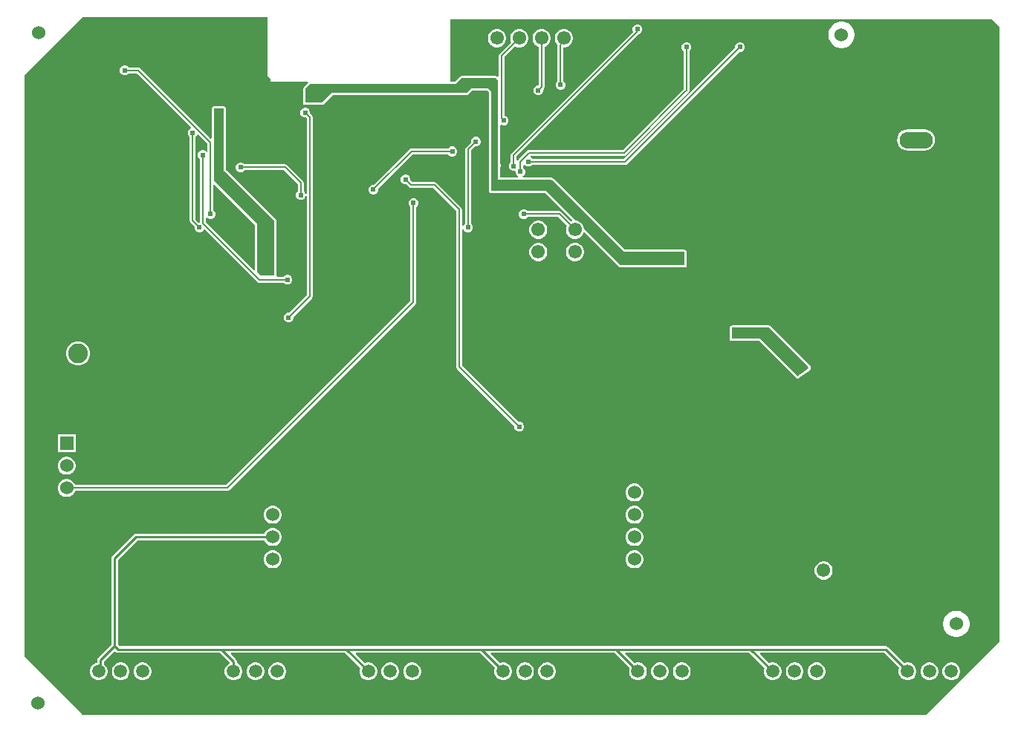
<source format=gbl>
G04*
G04 #@! TF.GenerationSoftware,Altium Limited,Altium Designer,22.5.1 (42)*
G04*
G04 Layer_Physical_Order=2*
G04 Layer_Color=16711680*
%FSLAX44Y44*%
%MOMM*%
G71*
G04*
G04 #@! TF.SameCoordinates,439176CC-913A-41A4-8FE2-C616B98F55A6*
G04*
G04*
G04 #@! TF.FilePolarity,Positive*
G04*
G01*
G75*
%ADD75C,0.1520*%
%ADD76C,0.5080*%
%ADD77C,0.2540*%
%ADD78O,3.8000X1.9000*%
%ADD79O,1.9000X3.8000*%
%ADD80C,1.5500*%
%ADD81C,1.5000*%
%ADD82C,1.5240*%
%ADD83C,1.5300*%
%ADD84R,1.5300X1.5300*%
%ADD85R,1.5300X1.5300*%
%ADD86C,2.5500*%
%ADD87C,2.2500*%
%ADD88C,0.6090*%
G36*
X542290Y731520D02*
Y618490D01*
X603250D01*
X685800Y535940D01*
X754380D01*
Y520700D01*
X681990D01*
X640210Y562480D01*
Y562695D01*
X639509Y565312D01*
X638154Y567658D01*
X636238Y569574D01*
X633892Y570929D01*
X631275Y571630D01*
X631060D01*
X596900Y605790D01*
X534670D01*
Y718820D01*
X530860Y722630D01*
X511810D01*
X506730Y717550D01*
X353060D01*
X341630Y706120D01*
X322580D01*
Y721788D01*
X325648Y724857D01*
X328502Y727710D01*
X494030D01*
X500380Y734060D01*
X539750D01*
X542290Y731520D01*
D02*
G37*
G36*
X279400Y736600D02*
X283210Y732790D01*
Y730250D01*
X325583D01*
X326109Y728980D01*
X320749Y723619D01*
X320187Y722779D01*
X319990Y721788D01*
Y706120D01*
X320187Y705129D01*
X320749Y704289D01*
X321589Y703727D01*
X322580Y703530D01*
X341630D01*
X342621Y703727D01*
X343461Y704289D01*
X354133Y714960D01*
X506730D01*
X507721Y715157D01*
X508561Y715719D01*
X512883Y720040D01*
X529787D01*
X532080Y717747D01*
Y605790D01*
X532277Y604799D01*
X532839Y603959D01*
X533679Y603397D01*
X534670Y603200D01*
X595827D01*
X626702Y572325D01*
X626411Y571150D01*
X625275Y570743D01*
X614519Y581499D01*
X613428Y582229D01*
X612140Y582485D01*
X612140Y582485D01*
X576034D01*
X574664Y583855D01*
X572611Y584705D01*
X570389D01*
X568336Y583855D01*
X566765Y582284D01*
X565915Y580231D01*
Y578009D01*
X566765Y575956D01*
X568336Y574385D01*
X570389Y573535D01*
X572611D01*
X574664Y574385D01*
X576034Y575755D01*
X610746D01*
X620645Y565856D01*
X620331Y565312D01*
X619630Y562695D01*
Y559985D01*
X620331Y557368D01*
X621686Y555022D01*
X623602Y553106D01*
X625948Y551751D01*
X628565Y551050D01*
X631275D01*
X633892Y551751D01*
X636238Y553106D01*
X638154Y555022D01*
X639509Y557368D01*
X639635Y557838D01*
X640861Y558166D01*
X680159Y518869D01*
X680999Y518307D01*
X681990Y518110D01*
X754380D01*
X755371Y518307D01*
X756211Y518869D01*
X756773Y519709D01*
X756970Y520700D01*
Y535940D01*
X756773Y536931D01*
X756211Y537771D01*
X755371Y538333D01*
X754380Y538530D01*
X686873D01*
X605081Y620321D01*
X604241Y620883D01*
X603250Y621080D01*
X570393D01*
X570140Y622350D01*
X570854Y622645D01*
X572425Y624216D01*
X573275Y626269D01*
Y628491D01*
X572425Y630544D01*
X571055Y631914D01*
Y634641D01*
X572325Y635167D01*
X573416Y634075D01*
X575469Y633225D01*
X577691D01*
X579744Y634075D01*
X581114Y635445D01*
X687070D01*
X687070Y635445D01*
X688358Y635701D01*
X689449Y636431D01*
X817053Y764035D01*
X818991D01*
X821044Y764885D01*
X822615Y766456D01*
X823465Y768509D01*
Y770731D01*
X822615Y772784D01*
X821044Y774355D01*
X818991Y775205D01*
X816769D01*
X814716Y774355D01*
X813145Y772784D01*
X812295Y770731D01*
Y768793D01*
X685676Y642175D01*
X581114D01*
X579744Y643545D01*
X579643Y643587D01*
X579303Y645055D01*
X579774Y645605D01*
X685883D01*
X685883Y645605D01*
X687171Y645862D01*
X688262Y646591D01*
X758029Y716358D01*
X758029Y716358D01*
X758197Y716608D01*
X759299Y717711D01*
X759299Y717711D01*
X760029Y718802D01*
X760285Y720090D01*
X760285Y720090D01*
Y765086D01*
X761655Y766456D01*
X762505Y768509D01*
Y770731D01*
X761655Y772784D01*
X760084Y774355D01*
X758031Y775205D01*
X755809D01*
X753756Y774355D01*
X752185Y772784D01*
X751335Y770731D01*
Y768509D01*
X752185Y766456D01*
X753555Y765086D01*
Y721484D01*
X753271Y721199D01*
X753103Y720948D01*
X684490Y652335D01*
X577767D01*
X576479Y652078D01*
X575388Y651349D01*
X575388Y651349D01*
X565311Y641272D01*
X564705Y640365D01*
X563934Y640404D01*
X563435Y640576D01*
Y645036D01*
X702545Y784146D01*
X702545Y784146D01*
X702888Y784660D01*
X704204Y785205D01*
X705775Y786776D01*
X706625Y788829D01*
Y791051D01*
X705775Y793104D01*
X704204Y794675D01*
X702151Y795525D01*
X699929D01*
X697876Y794675D01*
X696305Y793104D01*
X695455Y791051D01*
Y788829D01*
X696116Y787234D01*
X557691Y648809D01*
X556962Y647718D01*
X556705Y646430D01*
X556705Y646430D01*
Y638264D01*
X555335Y636894D01*
X554485Y634841D01*
Y632619D01*
X555335Y630566D01*
X556906Y628995D01*
X558959Y628145D01*
X560932D01*
X561181Y628145D01*
X562105Y627153D01*
Y626269D01*
X562955Y624216D01*
X564526Y622645D01*
X565240Y622350D01*
X564987Y621080D01*
X544930D01*
Y632910D01*
X545335Y633889D01*
Y636111D01*
X544930Y637090D01*
Y679953D01*
X546199Y680766D01*
X547529Y680215D01*
X549751D01*
X551804Y681065D01*
X553375Y682636D01*
X554225Y684689D01*
Y686911D01*
X553375Y688964D01*
X551804Y690535D01*
X549751Y691385D01*
X549465D01*
Y758066D01*
X561904Y770506D01*
X562448Y770191D01*
X565065Y769490D01*
X567775D01*
X570392Y770191D01*
X572738Y771546D01*
X574654Y773462D01*
X576009Y775808D01*
X576710Y778425D01*
Y781135D01*
X576009Y783752D01*
X574654Y786098D01*
X572738Y788014D01*
X570392Y789369D01*
X567775Y790070D01*
X565065D01*
X562448Y789369D01*
X560102Y788014D01*
X558186Y786098D01*
X556831Y783752D01*
X556130Y781135D01*
Y778425D01*
X556831Y775808D01*
X557146Y775264D01*
X543721Y761839D01*
X542991Y760748D01*
X542735Y759460D01*
X542735Y759460D01*
Y736369D01*
X542193Y736145D01*
X541465Y735969D01*
X540741Y736453D01*
X539750Y736650D01*
X500380D01*
X499389Y736453D01*
X498549Y735891D01*
X492957Y730300D01*
X487680D01*
Y801370D01*
X1104900D01*
X1113790Y792480D01*
Y91440D01*
X1030686Y8336D01*
X69134D01*
X2540Y74930D01*
Y737870D01*
X68580Y803910D01*
X279400D01*
Y736600D01*
D02*
G37*
%LPC*%
G36*
X542375Y790070D02*
X539665D01*
X537048Y789369D01*
X534702Y788014D01*
X532786Y786098D01*
X531431Y783752D01*
X530730Y781135D01*
Y778425D01*
X531431Y775808D01*
X532786Y773462D01*
X534702Y771546D01*
X537048Y770191D01*
X539665Y769490D01*
X542375D01*
X544992Y770191D01*
X547338Y771546D01*
X549254Y773462D01*
X550609Y775808D01*
X551310Y778425D01*
Y781135D01*
X550609Y783752D01*
X549254Y786098D01*
X547338Y788014D01*
X544992Y789369D01*
X542375Y790070D01*
D02*
G37*
G36*
X934931Y798630D02*
X931969D01*
X929063Y798052D01*
X926326Y796918D01*
X923863Y795272D01*
X921768Y793177D01*
X920122Y790714D01*
X918988Y787977D01*
X918410Y785071D01*
Y782109D01*
X918988Y779203D01*
X920122Y776466D01*
X921768Y774003D01*
X923863Y771908D01*
X926326Y770262D01*
X929063Y769128D01*
X931969Y768550D01*
X934931D01*
X937837Y769128D01*
X940574Y770262D01*
X943037Y771908D01*
X945132Y774003D01*
X946778Y776466D01*
X947912Y779203D01*
X948490Y782109D01*
Y785071D01*
X947912Y787977D01*
X946778Y790714D01*
X945132Y793177D01*
X943037Y795272D01*
X940574Y796918D01*
X937837Y798052D01*
X934931Y798630D01*
D02*
G37*
G36*
X618575Y790070D02*
X615865D01*
X613248Y789369D01*
X610902Y788014D01*
X608986Y786098D01*
X607631Y783752D01*
X606930Y781135D01*
Y778425D01*
X607631Y775808D01*
X608986Y773462D01*
X610081Y772367D01*
X610045Y772187D01*
X610045Y772187D01*
Y730974D01*
X608675Y729604D01*
X607825Y727551D01*
Y725329D01*
X608675Y723276D01*
X610246Y721705D01*
X612299Y720855D01*
X614521D01*
X616574Y721705D01*
X618145Y723276D01*
X618995Y725329D01*
Y727551D01*
X618145Y729604D01*
X616775Y730974D01*
Y769490D01*
X618575D01*
X621192Y770191D01*
X623538Y771546D01*
X625454Y773462D01*
X626809Y775808D01*
X627510Y778425D01*
Y781135D01*
X626809Y783752D01*
X625454Y786098D01*
X623538Y788014D01*
X621192Y789369D01*
X618575Y790070D01*
D02*
G37*
G36*
X593175D02*
X590465D01*
X587848Y789369D01*
X585502Y788014D01*
X583586Y786098D01*
X582231Y783752D01*
X581530Y781135D01*
Y778425D01*
X582231Y775808D01*
X583586Y773462D01*
X585502Y771546D01*
X587848Y770191D01*
X588455Y770029D01*
Y725675D01*
X586899D01*
X584846Y724825D01*
X583275Y723254D01*
X582425Y721201D01*
Y718979D01*
X583275Y716926D01*
X584846Y715355D01*
X586899Y714505D01*
X589121D01*
X591174Y715355D01*
X592745Y716926D01*
X593595Y718979D01*
Y720917D01*
X594199Y721521D01*
X594929Y722612D01*
X595185Y723900D01*
X595185Y723900D01*
Y770029D01*
X595792Y770191D01*
X598138Y771546D01*
X600054Y773462D01*
X601409Y775808D01*
X602110Y778425D01*
Y781135D01*
X601409Y783752D01*
X600054Y786098D01*
X598138Y788014D01*
X595792Y789369D01*
X593175Y790070D01*
D02*
G37*
G36*
X1028040Y675724D02*
X1009040D01*
X1005897Y675310D01*
X1002968Y674097D01*
X1000453Y672167D01*
X998523Y669652D01*
X997310Y666723D01*
X996896Y663580D01*
X997310Y660437D01*
X998523Y657508D01*
X1000453Y654993D01*
X1002968Y653063D01*
X1005897Y651850D01*
X1009040Y651436D01*
X1028040D01*
X1031183Y651850D01*
X1034112Y653063D01*
X1036627Y654993D01*
X1038557Y657508D01*
X1039770Y660437D01*
X1040184Y663580D01*
X1039770Y666723D01*
X1038557Y669652D01*
X1036627Y672167D01*
X1034112Y674097D01*
X1031183Y675310D01*
X1028040Y675724D01*
D02*
G37*
G36*
X491136Y656075D02*
X488914D01*
X486861Y655225D01*
X485491Y653855D01*
X443480D01*
X442192Y653598D01*
X441101Y652869D01*
X441101Y652869D01*
X400877Y612645D01*
X398939D01*
X396886Y611795D01*
X395315Y610224D01*
X394465Y608171D01*
Y605949D01*
X395315Y603896D01*
X396886Y602325D01*
X398939Y601475D01*
X401161D01*
X403214Y602325D01*
X404785Y603896D01*
X405635Y605949D01*
Y607887D01*
X444874Y647125D01*
X485491D01*
X486861Y645755D01*
X488914Y644905D01*
X491136D01*
X493189Y645755D01*
X494760Y647326D01*
X495610Y649379D01*
Y651601D01*
X494760Y653654D01*
X493189Y655225D01*
X491136Y656075D01*
D02*
G37*
G36*
X323691Y700275D02*
X321469D01*
X319416Y699425D01*
X317845Y697854D01*
X316995Y695801D01*
Y693579D01*
X317845Y691526D01*
X319416Y689955D01*
X321469Y689105D01*
X323407D01*
X324295Y688216D01*
Y601965D01*
X323085Y601821D01*
X322235Y603874D01*
X320865Y605244D01*
Y614680D01*
X320608Y615968D01*
X319879Y617059D01*
X319879Y617059D01*
X302099Y634839D01*
X301008Y635569D01*
X299720Y635825D01*
X299720Y635825D01*
X253454D01*
X252084Y637195D01*
X250031Y638045D01*
X247809D01*
X245756Y637195D01*
X244185Y635624D01*
X243335Y633571D01*
Y631349D01*
X244185Y629296D01*
X245756Y627725D01*
X247809Y626875D01*
X250031D01*
X252084Y627725D01*
X253454Y629095D01*
X298326D01*
X314135Y613286D01*
Y605244D01*
X312765Y603874D01*
X311915Y601821D01*
Y599599D01*
X312765Y597546D01*
X314336Y595975D01*
X316389Y595125D01*
X318611D01*
X320664Y595975D01*
X322235Y597546D01*
X323085Y599599D01*
X324295Y599455D01*
Y486534D01*
X304357Y466595D01*
X302419D01*
X300366Y465745D01*
X298795Y464174D01*
X297945Y462121D01*
Y459899D01*
X298795Y457846D01*
X300366Y456275D01*
X302419Y455425D01*
X304641D01*
X306694Y456275D01*
X308265Y457846D01*
X309115Y459899D01*
Y461837D01*
X330039Y482761D01*
X330769Y483852D01*
X331025Y485140D01*
X331025Y485140D01*
Y689610D01*
X331025Y689610D01*
X330769Y690898D01*
X330039Y691989D01*
X330039Y691989D01*
X328165Y693863D01*
Y695801D01*
X327315Y697854D01*
X325744Y699425D01*
X323691Y700275D01*
D02*
G37*
G36*
X518001Y667255D02*
X515779D01*
X513726Y666405D01*
X512155Y664834D01*
X511305Y662781D01*
Y660843D01*
X505621Y655159D01*
X504892Y654068D01*
X504635Y652780D01*
X504635Y652780D01*
Y568414D01*
X503265Y567044D01*
X502415Y564991D01*
X501205Y565135D01*
Y584200D01*
X501205Y584200D01*
X500948Y585488D01*
X500219Y586579D01*
X472279Y614519D01*
X471188Y615248D01*
X469900Y615505D01*
X469900Y615505D01*
X444624D01*
X442465Y617663D01*
Y619601D01*
X441615Y621654D01*
X440044Y623225D01*
X437991Y624075D01*
X435769D01*
X433716Y623225D01*
X432145Y621654D01*
X431295Y619601D01*
Y617379D01*
X432145Y615326D01*
X433716Y613755D01*
X435769Y612905D01*
X437707D01*
X440851Y609761D01*
X440851Y609761D01*
X441942Y609031D01*
X443230Y608775D01*
X468506D01*
X494475Y582806D01*
Y405130D01*
X494475Y405130D01*
X494731Y403842D01*
X495461Y402751D01*
X560835Y337377D01*
Y335439D01*
X561685Y333386D01*
X563256Y331815D01*
X565309Y330965D01*
X567531D01*
X569584Y331815D01*
X571155Y333386D01*
X572005Y335439D01*
Y337661D01*
X571155Y339714D01*
X569584Y341285D01*
X567531Y342135D01*
X565593D01*
X501205Y406524D01*
Y562625D01*
X502415Y562769D01*
X503265Y560716D01*
X504836Y559145D01*
X506889Y558295D01*
X509111D01*
X511164Y559145D01*
X512735Y560716D01*
X513585Y562769D01*
Y564991D01*
X512735Y567044D01*
X511365Y568414D01*
Y651386D01*
X516063Y656085D01*
X518001D01*
X520054Y656935D01*
X521625Y658506D01*
X522475Y660559D01*
Y662781D01*
X521625Y664834D01*
X520054Y666405D01*
X518001Y667255D01*
D02*
G37*
G36*
X589365Y571630D02*
X586655D01*
X584038Y570929D01*
X581692Y569574D01*
X579776Y567658D01*
X578421Y565312D01*
X577720Y562695D01*
Y559985D01*
X578421Y557368D01*
X579776Y555022D01*
X581692Y553106D01*
X584038Y551751D01*
X586655Y551050D01*
X589365D01*
X591982Y551751D01*
X594328Y553106D01*
X596244Y555022D01*
X597599Y557368D01*
X598300Y559985D01*
Y562695D01*
X597599Y565312D01*
X596244Y567658D01*
X594328Y569574D01*
X591982Y570929D01*
X589365Y571630D01*
D02*
G37*
G36*
X631275Y546230D02*
X628565D01*
X625948Y545529D01*
X623602Y544174D01*
X621686Y542258D01*
X620331Y539912D01*
X619630Y537295D01*
Y534585D01*
X620331Y531968D01*
X621686Y529622D01*
X623602Y527706D01*
X625948Y526351D01*
X628565Y525650D01*
X631275D01*
X633892Y526351D01*
X636238Y527706D01*
X638154Y529622D01*
X639509Y531968D01*
X640210Y534585D01*
Y537295D01*
X639509Y539912D01*
X638154Y542258D01*
X636238Y544174D01*
X633892Y545529D01*
X631275Y546230D01*
D02*
G37*
G36*
X589365D02*
X586655D01*
X584038Y545529D01*
X581692Y544174D01*
X579776Y542258D01*
X578421Y539912D01*
X577720Y537295D01*
Y534585D01*
X578421Y531968D01*
X579776Y529622D01*
X581692Y527706D01*
X584038Y526351D01*
X586655Y525650D01*
X589365D01*
X591982Y526351D01*
X594328Y527706D01*
X596244Y529622D01*
X597599Y531968D01*
X598300Y534585D01*
Y537295D01*
X597599Y539912D01*
X596244Y542258D01*
X594328Y544174D01*
X591982Y545529D01*
X589365Y546230D01*
D02*
G37*
G36*
X117951Y748535D02*
X115729D01*
X113676Y747685D01*
X112105Y746114D01*
X111255Y744061D01*
Y741839D01*
X112105Y739786D01*
X113676Y738215D01*
X115729Y737365D01*
X117951D01*
X120004Y738215D01*
X121374Y739585D01*
X130770D01*
X192208Y678147D01*
X191960Y676902D01*
X191146Y676565D01*
X189575Y674994D01*
X188725Y672941D01*
Y670719D01*
X189575Y668666D01*
X190945Y667296D01*
Y571500D01*
X190945Y571500D01*
X191201Y570212D01*
X191931Y569121D01*
X196345Y564707D01*
Y562769D01*
X197195Y560716D01*
X198766Y559145D01*
X200819Y558295D01*
X203041D01*
X205094Y559145D01*
X206665Y560716D01*
X206977Y561471D01*
X208223Y561719D01*
X268131Y501811D01*
X268131Y501811D01*
X269222Y501082D01*
X270510Y500825D01*
X270510Y500825D01*
X297726D01*
X299096Y499455D01*
X301149Y498605D01*
X303371D01*
X305424Y499455D01*
X306995Y501026D01*
X307845Y503079D01*
Y505301D01*
X306995Y507354D01*
X305424Y508925D01*
X303371Y509775D01*
X301149D01*
X299096Y508925D01*
X297726Y507555D01*
X290340D01*
X289521Y508825D01*
X289610Y509270D01*
Y571500D01*
X289413Y572491D01*
X288851Y573331D01*
X232460Y629723D01*
Y699770D01*
X232263Y700761D01*
X231701Y701601D01*
X230861Y702163D01*
X229870Y702360D01*
X218440D01*
X217449Y702163D01*
X216609Y701601D01*
X216047Y700761D01*
X215850Y699770D01*
Y665681D01*
X214677Y665195D01*
X134542Y745329D01*
X133451Y746059D01*
X132163Y746315D01*
X132163Y746315D01*
X121374D01*
X120004Y747685D01*
X117951Y748535D01*
D02*
G37*
G36*
X65315Y434160D02*
X61684D01*
X58177Y433220D01*
X55033Y431405D01*
X52465Y428837D01*
X50650Y425693D01*
X49710Y422186D01*
Y418554D01*
X50650Y415047D01*
X52465Y411903D01*
X55033Y409335D01*
X58177Y407520D01*
X61684Y406580D01*
X65315D01*
X68823Y407520D01*
X71967Y409335D01*
X74535Y411903D01*
X76350Y415047D01*
X77290Y418554D01*
Y422186D01*
X76350Y425693D01*
X74535Y428837D01*
X71967Y431405D01*
X68823Y433220D01*
X65315Y434160D01*
D02*
G37*
G36*
X850900Y452170D02*
X808990D01*
X807999Y451973D01*
X807159Y451411D01*
X806597Y450571D01*
X806400Y449580D01*
Y436880D01*
X806597Y435889D01*
X807159Y435049D01*
X807999Y434487D01*
X808990Y434290D01*
X839667D01*
X881639Y392318D01*
X881873Y392162D01*
X882077Y391967D01*
X882290Y391884D01*
X882479Y391757D01*
X882756Y391702D01*
X883018Y391600D01*
X883247Y391604D01*
X883470Y391560D01*
X883747Y391615D01*
X884029Y391621D01*
X884238Y391713D01*
X884461Y391757D01*
X884696Y391914D01*
X884954Y392027D01*
X897598Y400867D01*
X897678Y400950D01*
X897778Y401005D01*
X898025Y401312D01*
X898298Y401596D01*
X898339Y401703D01*
X898411Y401793D01*
X898521Y402171D01*
X898664Y402538D01*
X898662Y402653D01*
X898694Y402763D01*
X898805Y404028D01*
X898793Y404142D01*
X898815Y404254D01*
X898738Y404641D01*
X898696Y405032D01*
X898641Y405133D01*
X898618Y405246D01*
X898399Y405573D01*
X898210Y405918D01*
X898120Y405990D01*
X898057Y406086D01*
X897181Y406961D01*
X852731Y451411D01*
X851891Y451973D01*
X850900Y452170D01*
D02*
G37*
G36*
X60990Y327690D02*
X40610D01*
Y307310D01*
X60990D01*
Y327690D01*
D02*
G37*
G36*
X52142Y302290D02*
X49458D01*
X46867Y301596D01*
X44543Y300254D01*
X42646Y298357D01*
X41304Y296033D01*
X40610Y293442D01*
Y290758D01*
X41304Y288167D01*
X42646Y285843D01*
X44543Y283946D01*
X46867Y282604D01*
X49458Y281910D01*
X52142D01*
X54733Y282604D01*
X57057Y283946D01*
X58954Y285843D01*
X60296Y288167D01*
X60990Y290758D01*
Y293442D01*
X60296Y296033D01*
X58954Y298357D01*
X57057Y300254D01*
X54733Y301596D01*
X52142Y302290D01*
D02*
G37*
G36*
X446881Y597405D02*
X444659D01*
X442606Y596555D01*
X441035Y594984D01*
X440185Y592931D01*
Y590709D01*
X441035Y588656D01*
X442405Y587286D01*
Y480184D01*
X232286Y270065D01*
X60448D01*
X60296Y270633D01*
X58954Y272957D01*
X57057Y274854D01*
X54733Y276196D01*
X52142Y276890D01*
X49458D01*
X46867Y276196D01*
X44543Y274854D01*
X42646Y272957D01*
X41304Y270633D01*
X40610Y268042D01*
Y265358D01*
X41304Y262767D01*
X42646Y260443D01*
X44543Y258546D01*
X46867Y257204D01*
X49458Y256510D01*
X52142D01*
X54733Y257204D01*
X57057Y258546D01*
X58954Y260443D01*
X60296Y262767D01*
X60448Y263335D01*
X233680D01*
X233680Y263335D01*
X234968Y263591D01*
X236059Y264321D01*
X448149Y476411D01*
X448149Y476411D01*
X448879Y477502D01*
X449135Y478790D01*
Y587286D01*
X450505Y588656D01*
X451355Y590709D01*
Y592931D01*
X450505Y594984D01*
X448934Y596555D01*
X446881Y597405D01*
D02*
G37*
G36*
X699032Y271810D02*
X696348D01*
X693757Y271116D01*
X691433Y269774D01*
X689536Y267877D01*
X688194Y265553D01*
X687500Y262962D01*
Y260278D01*
X688194Y257687D01*
X689536Y255363D01*
X691433Y253466D01*
X693757Y252124D01*
X696348Y251430D01*
X699032D01*
X701623Y252124D01*
X703947Y253466D01*
X705844Y255363D01*
X707186Y257687D01*
X707880Y260278D01*
Y262962D01*
X707186Y265553D01*
X705844Y267877D01*
X703947Y269774D01*
X701623Y271116D01*
X699032Y271810D01*
D02*
G37*
G36*
Y246410D02*
X696348D01*
X693757Y245716D01*
X691433Y244374D01*
X689536Y242477D01*
X688194Y240153D01*
X687500Y237562D01*
Y234878D01*
X688194Y232287D01*
X689536Y229963D01*
X691433Y228066D01*
X693757Y226724D01*
X696348Y226030D01*
X699032D01*
X701623Y226724D01*
X703947Y228066D01*
X705844Y229963D01*
X707186Y232287D01*
X707880Y234878D01*
Y237562D01*
X707186Y240153D01*
X705844Y242477D01*
X703947Y244374D01*
X701623Y245716D01*
X699032Y246410D01*
D02*
G37*
G36*
X286832D02*
X284149D01*
X281557Y245716D01*
X279233Y244374D01*
X277336Y242477D01*
X275994Y240153D01*
X275300Y237562D01*
Y234878D01*
X275994Y232287D01*
X277336Y229963D01*
X279233Y228066D01*
X281557Y226724D01*
X284149Y226030D01*
X286832D01*
X289423Y226724D01*
X291747Y228066D01*
X293644Y229963D01*
X294986Y232287D01*
X295680Y234878D01*
Y237562D01*
X294986Y240153D01*
X293644Y242477D01*
X291747Y244374D01*
X289423Y245716D01*
X286832Y246410D01*
D02*
G37*
G36*
X699032Y221010D02*
X696348D01*
X693757Y220316D01*
X691433Y218974D01*
X689536Y217077D01*
X688194Y214753D01*
X687500Y212162D01*
Y209478D01*
X688194Y206887D01*
X689536Y204563D01*
X691433Y202666D01*
X693757Y201324D01*
X696348Y200630D01*
X699032D01*
X701623Y201324D01*
X703947Y202666D01*
X705844Y204563D01*
X707186Y206887D01*
X707880Y209478D01*
Y212162D01*
X707186Y214753D01*
X705844Y217077D01*
X703947Y218974D01*
X701623Y220316D01*
X699032Y221010D01*
D02*
G37*
G36*
X286832D02*
X284149D01*
X281557Y220316D01*
X279233Y218974D01*
X277336Y217077D01*
X275994Y214753D01*
X275981Y214705D01*
X129540D01*
X128053Y214409D01*
X126793Y213567D01*
X102663Y189437D01*
X101821Y188177D01*
X101525Y186690D01*
Y87969D01*
X86540Y72984D01*
X85698Y71724D01*
X85403Y70237D01*
Y67474D01*
X83355Y66926D01*
X81065Y65604D01*
X79196Y63735D01*
X77874Y61445D01*
X77190Y58892D01*
Y56248D01*
X77874Y53695D01*
X79196Y51405D01*
X81065Y49536D01*
X83355Y48214D01*
X85908Y47530D01*
X88552D01*
X91105Y48214D01*
X93395Y49536D01*
X95264Y51405D01*
X96586Y53695D01*
X97270Y56248D01*
Y58892D01*
X96586Y61445D01*
X95264Y63735D01*
X93395Y65604D01*
X93172Y65733D01*
Y68628D01*
X105410Y80866D01*
X106473Y79803D01*
X107733Y78961D01*
X109220Y78665D01*
X225721D01*
X236359Y68028D01*
X236190Y66489D01*
X234657Y65604D01*
X232788Y63735D01*
X231466Y61445D01*
X230782Y58892D01*
Y56248D01*
X231466Y53695D01*
X232788Y51405D01*
X234657Y49536D01*
X236946Y48214D01*
X239500Y47530D01*
X242143D01*
X244697Y48214D01*
X246986Y49536D01*
X248856Y51405D01*
X250177Y53695D01*
X250862Y56248D01*
Y58892D01*
X250177Y61445D01*
X248856Y63735D01*
X246986Y65604D01*
X244706Y66920D01*
Y69058D01*
X244411Y70545D01*
X243568Y71805D01*
X237882Y77492D01*
X238368Y78665D01*
X367824D01*
X385055Y61435D01*
X384373Y58892D01*
Y56248D01*
X385057Y53695D01*
X386379Y51405D01*
X388249Y49536D01*
X390538Y48214D01*
X393092Y47530D01*
X395735D01*
X398289Y48214D01*
X400578Y49536D01*
X402447Y51405D01*
X403769Y53695D01*
X404453Y56248D01*
Y58892D01*
X403769Y61445D01*
X402447Y63735D01*
X400578Y65604D01*
X398289Y66926D01*
X395735Y67610D01*
X393092D01*
X390549Y66929D01*
X379985Y77492D01*
X380471Y78665D01*
X521416D01*
X538646Y61435D01*
X537965Y58892D01*
Y56248D01*
X538649Y53695D01*
X539971Y51405D01*
X541840Y49536D01*
X544130Y48214D01*
X546683Y47530D01*
X549327D01*
X551880Y48214D01*
X554170Y49536D01*
X556039Y51405D01*
X557361Y53695D01*
X558045Y56248D01*
Y58892D01*
X557361Y61445D01*
X556039Y63735D01*
X554170Y65604D01*
X551880Y66926D01*
X549327Y67610D01*
X546683D01*
X544140Y66929D01*
X533577Y77492D01*
X534063Y78665D01*
X675008D01*
X692238Y61435D01*
X691557Y58892D01*
Y56248D01*
X692241Y53695D01*
X693563Y51405D01*
X695432Y49536D01*
X697721Y48214D01*
X700275Y47530D01*
X702918D01*
X705472Y48214D01*
X707761Y49536D01*
X709631Y51405D01*
X710953Y53695D01*
X711637Y56248D01*
Y58892D01*
X710953Y61445D01*
X709631Y63735D01*
X707761Y65604D01*
X705472Y66926D01*
X702918Y67610D01*
X700275D01*
X697732Y66929D01*
X687168Y77492D01*
X687654Y78665D01*
X828599D01*
X845830Y61435D01*
X845148Y58892D01*
Y56248D01*
X845833Y53695D01*
X847154Y51405D01*
X849024Y49536D01*
X851313Y48214D01*
X853867Y47530D01*
X856510D01*
X859064Y48214D01*
X861353Y49536D01*
X863222Y51405D01*
X864544Y53695D01*
X865228Y56248D01*
Y58892D01*
X864544Y61445D01*
X863222Y63735D01*
X861353Y65604D01*
X859064Y66926D01*
X856510Y67610D01*
X853867D01*
X851323Y66929D01*
X840760Y77492D01*
X841246Y78665D01*
X982191D01*
X999421Y61435D01*
X998740Y58892D01*
Y56248D01*
X999424Y53695D01*
X1000746Y51405D01*
X1002615Y49536D01*
X1004905Y48214D01*
X1007458Y47530D01*
X1010102D01*
X1012655Y48214D01*
X1014945Y49536D01*
X1016814Y51405D01*
X1018136Y53695D01*
X1018820Y56248D01*
Y58892D01*
X1018136Y61445D01*
X1016814Y63735D01*
X1014945Y65604D01*
X1012655Y66926D01*
X1010102Y67610D01*
X1007458D01*
X1004915Y66929D01*
X986547Y85297D01*
X985287Y86139D01*
X983800Y86435D01*
X110829D01*
X109295Y87969D01*
Y185081D01*
X131149Y206935D01*
X275981D01*
X275994Y206887D01*
X277336Y204563D01*
X279233Y202666D01*
X281557Y201324D01*
X284149Y200630D01*
X286832D01*
X289423Y201324D01*
X291747Y202666D01*
X293644Y204563D01*
X294986Y206887D01*
X295680Y209478D01*
Y212162D01*
X294986Y214753D01*
X293644Y217077D01*
X291747Y218974D01*
X289423Y220316D01*
X286832Y221010D01*
D02*
G37*
G36*
X699032Y195610D02*
X696348D01*
X693757Y194916D01*
X691433Y193574D01*
X689536Y191677D01*
X688194Y189353D01*
X687500Y186762D01*
Y184078D01*
X688194Y181487D01*
X689536Y179163D01*
X691433Y177266D01*
X693757Y175924D01*
X696348Y175230D01*
X699032D01*
X701623Y175924D01*
X703947Y177266D01*
X705844Y179163D01*
X707186Y181487D01*
X707880Y184078D01*
Y186762D01*
X707186Y189353D01*
X705844Y191677D01*
X703947Y193574D01*
X701623Y194916D01*
X699032Y195610D01*
D02*
G37*
G36*
X286832D02*
X284149D01*
X281557Y194916D01*
X279233Y193574D01*
X277336Y191677D01*
X275994Y189353D01*
X275300Y186762D01*
Y184078D01*
X275994Y181487D01*
X277336Y179163D01*
X279233Y177266D01*
X281557Y175924D01*
X284149Y175230D01*
X286832D01*
X289423Y175924D01*
X291747Y177266D01*
X293644Y179163D01*
X294986Y181487D01*
X295680Y184078D01*
Y186762D01*
X294986Y189353D01*
X293644Y191677D01*
X291747Y193574D01*
X289423Y194916D01*
X286832Y195610D01*
D02*
G37*
G36*
X914485Y183010D02*
X911775D01*
X909158Y182309D01*
X906812Y180954D01*
X904896Y179038D01*
X903541Y176692D01*
X902840Y174075D01*
Y171365D01*
X903541Y168748D01*
X904896Y166402D01*
X906812Y164486D01*
X909158Y163131D01*
X911775Y162430D01*
X914485D01*
X917102Y163131D01*
X919448Y164486D01*
X921364Y166402D01*
X922719Y168748D01*
X923420Y171365D01*
Y174075D01*
X922719Y176692D01*
X921364Y179038D01*
X919448Y180954D01*
X917102Y182309D01*
X914485Y183010D01*
D02*
G37*
G36*
X1065741Y126800D02*
X1062779D01*
X1059873Y126222D01*
X1057136Y125088D01*
X1054673Y123442D01*
X1052578Y121347D01*
X1050932Y118884D01*
X1049798Y116147D01*
X1049220Y113241D01*
Y110279D01*
X1049798Y107373D01*
X1050932Y104636D01*
X1052578Y102173D01*
X1054673Y100078D01*
X1057136Y98432D01*
X1059873Y97298D01*
X1062779Y96720D01*
X1065741D01*
X1068647Y97298D01*
X1071384Y98432D01*
X1073847Y100078D01*
X1075942Y102173D01*
X1077588Y104636D01*
X1078722Y107373D01*
X1079300Y110279D01*
Y113241D01*
X1078722Y116147D01*
X1077588Y118884D01*
X1075942Y121347D01*
X1073847Y123442D01*
X1071384Y125088D01*
X1068647Y126222D01*
X1065741Y126800D01*
D02*
G37*
G36*
X1060102Y67610D02*
X1057458D01*
X1054905Y66926D01*
X1052615Y65604D01*
X1050746Y63735D01*
X1049424Y61445D01*
X1048740Y58892D01*
Y56248D01*
X1049424Y53695D01*
X1050746Y51405D01*
X1052615Y49536D01*
X1054905Y48214D01*
X1057458Y47530D01*
X1060102D01*
X1062655Y48214D01*
X1064945Y49536D01*
X1066814Y51405D01*
X1068136Y53695D01*
X1068820Y56248D01*
Y58892D01*
X1068136Y61445D01*
X1066814Y63735D01*
X1064945Y65604D01*
X1062655Y66926D01*
X1060102Y67610D01*
D02*
G37*
G36*
X1035102D02*
X1032458D01*
X1029905Y66926D01*
X1027615Y65604D01*
X1025746Y63735D01*
X1024424Y61445D01*
X1023740Y58892D01*
Y56248D01*
X1024424Y53695D01*
X1025746Y51405D01*
X1027615Y49536D01*
X1029905Y48214D01*
X1032458Y47530D01*
X1035102D01*
X1037655Y48214D01*
X1039945Y49536D01*
X1041814Y51405D01*
X1043136Y53695D01*
X1043820Y56248D01*
Y58892D01*
X1043136Y61445D01*
X1041814Y63735D01*
X1039945Y65604D01*
X1037655Y66926D01*
X1035102Y67610D01*
D02*
G37*
G36*
X906510D02*
X903867D01*
X901313Y66926D01*
X899024Y65604D01*
X897154Y63735D01*
X895833Y61445D01*
X895148Y58892D01*
Y56248D01*
X895833Y53695D01*
X897154Y51405D01*
X899024Y49536D01*
X901313Y48214D01*
X903867Y47530D01*
X906510D01*
X909064Y48214D01*
X911353Y49536D01*
X913222Y51405D01*
X914544Y53695D01*
X915228Y56248D01*
Y58892D01*
X914544Y61445D01*
X913222Y63735D01*
X911353Y65604D01*
X909064Y66926D01*
X906510Y67610D01*
D02*
G37*
G36*
X881510D02*
X878867D01*
X876313Y66926D01*
X874024Y65604D01*
X872154Y63735D01*
X870833Y61445D01*
X870148Y58892D01*
Y56248D01*
X870833Y53695D01*
X872154Y51405D01*
X874024Y49536D01*
X876313Y48214D01*
X878867Y47530D01*
X881510D01*
X884064Y48214D01*
X886353Y49536D01*
X888222Y51405D01*
X889544Y53695D01*
X890228Y56248D01*
Y58892D01*
X889544Y61445D01*
X888222Y63735D01*
X886353Y65604D01*
X884064Y66926D01*
X881510Y67610D01*
D02*
G37*
G36*
X752918D02*
X750275D01*
X747721Y66926D01*
X745432Y65604D01*
X743563Y63735D01*
X742241Y61445D01*
X741557Y58892D01*
Y56248D01*
X742241Y53695D01*
X743563Y51405D01*
X745432Y49536D01*
X747721Y48214D01*
X750275Y47530D01*
X752918D01*
X755472Y48214D01*
X757761Y49536D01*
X759631Y51405D01*
X760953Y53695D01*
X761637Y56248D01*
Y58892D01*
X760953Y61445D01*
X759631Y63735D01*
X757761Y65604D01*
X755472Y66926D01*
X752918Y67610D01*
D02*
G37*
G36*
X727918D02*
X725275D01*
X722721Y66926D01*
X720432Y65604D01*
X718563Y63735D01*
X717241Y61445D01*
X716557Y58892D01*
Y56248D01*
X717241Y53695D01*
X718563Y51405D01*
X720432Y49536D01*
X722721Y48214D01*
X725275Y47530D01*
X727918D01*
X730472Y48214D01*
X732761Y49536D01*
X734631Y51405D01*
X735953Y53695D01*
X736637Y56248D01*
Y58892D01*
X735953Y61445D01*
X734631Y63735D01*
X732761Y65604D01*
X730472Y66926D01*
X727918Y67610D01*
D02*
G37*
G36*
X599327D02*
X596683D01*
X594130Y66926D01*
X591840Y65604D01*
X589971Y63735D01*
X588649Y61445D01*
X587965Y58892D01*
Y56248D01*
X588649Y53695D01*
X589971Y51405D01*
X591840Y49536D01*
X594130Y48214D01*
X596683Y47530D01*
X599327D01*
X601880Y48214D01*
X604170Y49536D01*
X606039Y51405D01*
X607361Y53695D01*
X608045Y56248D01*
Y58892D01*
X607361Y61445D01*
X606039Y63735D01*
X604170Y65604D01*
X601880Y66926D01*
X599327Y67610D01*
D02*
G37*
G36*
X574327D02*
X571683D01*
X569130Y66926D01*
X566840Y65604D01*
X564971Y63735D01*
X563649Y61445D01*
X562965Y58892D01*
Y56248D01*
X563649Y53695D01*
X564971Y51405D01*
X566840Y49536D01*
X569130Y48214D01*
X571683Y47530D01*
X574327D01*
X576880Y48214D01*
X579170Y49536D01*
X581039Y51405D01*
X582361Y53695D01*
X583045Y56248D01*
Y58892D01*
X582361Y61445D01*
X581039Y63735D01*
X579170Y65604D01*
X576880Y66926D01*
X574327Y67610D01*
D02*
G37*
G36*
X445735D02*
X443092D01*
X440538Y66926D01*
X438249Y65604D01*
X436379Y63735D01*
X435058Y61445D01*
X434373Y58892D01*
Y56248D01*
X435058Y53695D01*
X436379Y51405D01*
X438249Y49536D01*
X440538Y48214D01*
X443092Y47530D01*
X445735D01*
X448289Y48214D01*
X450578Y49536D01*
X452447Y51405D01*
X453769Y53695D01*
X454453Y56248D01*
Y58892D01*
X453769Y61445D01*
X452447Y63735D01*
X450578Y65604D01*
X448289Y66926D01*
X445735Y67610D01*
D02*
G37*
G36*
X420735D02*
X418092D01*
X415538Y66926D01*
X413249Y65604D01*
X411379Y63735D01*
X410057Y61445D01*
X409373Y58892D01*
Y56248D01*
X410057Y53695D01*
X411379Y51405D01*
X413249Y49536D01*
X415538Y48214D01*
X418092Y47530D01*
X420735D01*
X423289Y48214D01*
X425578Y49536D01*
X427447Y51405D01*
X428769Y53695D01*
X429453Y56248D01*
Y58892D01*
X428769Y61445D01*
X427447Y63735D01*
X425578Y65604D01*
X423289Y66926D01*
X420735Y67610D01*
D02*
G37*
G36*
X292143D02*
X289500D01*
X286946Y66926D01*
X284657Y65604D01*
X282788Y63735D01*
X281466Y61445D01*
X280782Y58892D01*
Y56248D01*
X281466Y53695D01*
X282788Y51405D01*
X284657Y49536D01*
X286946Y48214D01*
X289500Y47530D01*
X292143D01*
X294697Y48214D01*
X296986Y49536D01*
X298856Y51405D01*
X300177Y53695D01*
X300862Y56248D01*
Y58892D01*
X300177Y61445D01*
X298856Y63735D01*
X296986Y65604D01*
X294697Y66926D01*
X292143Y67610D01*
D02*
G37*
G36*
X267143D02*
X264500D01*
X261946Y66926D01*
X259657Y65604D01*
X257788Y63735D01*
X256466Y61445D01*
X255782Y58892D01*
Y56248D01*
X256466Y53695D01*
X257788Y51405D01*
X259657Y49536D01*
X261946Y48214D01*
X264500Y47530D01*
X267143D01*
X269697Y48214D01*
X271986Y49536D01*
X273856Y51405D01*
X275177Y53695D01*
X275862Y56248D01*
Y58892D01*
X275177Y61445D01*
X273856Y63735D01*
X271986Y65604D01*
X269697Y66926D01*
X267143Y67610D01*
D02*
G37*
G36*
X138552D02*
X135908D01*
X133355Y66926D01*
X131065Y65604D01*
X129196Y63735D01*
X127874Y61445D01*
X127190Y58892D01*
Y56248D01*
X127874Y53695D01*
X129196Y51405D01*
X131065Y49536D01*
X133355Y48214D01*
X135908Y47530D01*
X138552D01*
X141105Y48214D01*
X143395Y49536D01*
X145264Y51405D01*
X146586Y53695D01*
X147270Y56248D01*
Y58892D01*
X146586Y61445D01*
X145264Y63735D01*
X143395Y65604D01*
X141105Y66926D01*
X138552Y67610D01*
D02*
G37*
G36*
X113552D02*
X110908D01*
X108355Y66926D01*
X106065Y65604D01*
X104196Y63735D01*
X102874Y61445D01*
X102190Y58892D01*
Y56248D01*
X102874Y53695D01*
X104196Y51405D01*
X106065Y49536D01*
X108355Y48214D01*
X110908Y47530D01*
X113552D01*
X116105Y48214D01*
X118395Y49536D01*
X120264Y51405D01*
X121586Y53695D01*
X122270Y56248D01*
Y58892D01*
X121586Y61445D01*
X120264Y63735D01*
X118395Y65604D01*
X116105Y66926D01*
X113552Y67610D01*
D02*
G37*
%LPD*%
G36*
X211265Y659090D02*
Y650599D01*
X209995Y650073D01*
X208904Y651165D01*
X206851Y652015D01*
X204629D01*
X202576Y651165D01*
X201005Y649594D01*
X200155Y647541D01*
Y645319D01*
X201005Y643266D01*
X202576Y641695D01*
X202625Y641675D01*
Y569465D01*
X201103D01*
X197675Y572894D01*
Y667296D01*
X199045Y668666D01*
X199382Y669480D01*
X200627Y669728D01*
X211265Y659090D01*
D02*
G37*
G36*
X265380Y566617D02*
Y515737D01*
X264207Y515251D01*
X209364Y570094D01*
X209355Y570101D01*
Y574701D01*
X210625Y575227D01*
X211466Y574385D01*
X213519Y573535D01*
X215741D01*
X217794Y574385D01*
X219365Y575956D01*
X220215Y578009D01*
Y580231D01*
X219365Y582284D01*
X217995Y583654D01*
Y612343D01*
X219168Y612830D01*
X265380Y566617D01*
D02*
G37*
G36*
X229870Y628650D02*
X287020Y571500D01*
Y509270D01*
X271780D01*
X267970Y513080D01*
Y567690D01*
X218440Y617220D01*
Y699770D01*
X229870D01*
Y628650D01*
D02*
G37*
G36*
X895350Y405130D02*
X896226Y404254D01*
X896114Y402989D01*
X883470Y394150D01*
X840740Y436880D01*
X808990D01*
Y449580D01*
X850900D01*
X895350Y405130D01*
D02*
G37*
D75*
X206985Y567715D02*
G03*
X206417Y568366I-5055J-3835D01*
G01*
X613410Y726440D02*
Y772187D01*
X617220Y775997D02*
Y779780D01*
X613410Y772187D02*
X617220Y775997D01*
X546100Y688975D02*
X548640Y686435D01*
X546100Y688975D02*
Y759460D01*
X566420Y779780D01*
X548640Y685800D02*
Y686435D01*
X591820Y723900D02*
Y779780D01*
X588010Y720090D02*
X591820Y723900D01*
X560070Y646430D02*
X700166Y786526D01*
X560070Y633730D02*
Y646430D01*
X700166Y786526D02*
Y789066D01*
X701040Y789940D01*
X508000Y652780D02*
X516890Y661670D01*
X508000Y563880D02*
Y652780D01*
X205990Y569423D02*
Y646180D01*
X205990Y568793D02*
X206417Y568366D01*
X270510Y504190D02*
X302260D01*
X206985Y567715D02*
X270510Y504190D01*
X205990Y569423D02*
X205990Y568793D01*
X317500Y600710D02*
Y614680D01*
X248920Y632460D02*
X299720D01*
X317500Y614680D01*
X50800Y266700D02*
X233680D01*
X445770Y478790D01*
Y591820D01*
X436880Y618490D02*
X443230Y612140D01*
X469900D01*
X497840Y584200D01*
Y405130D02*
Y584200D01*
Y405130D02*
X566420Y336550D01*
X443480Y650490D02*
X490025D01*
X400050Y607060D02*
X443480Y650490D01*
X567690Y638893D02*
X577767Y648970D01*
X567690Y627380D02*
Y638893D01*
X755650Y718820D02*
X756920Y720090D01*
Y769620D01*
X685883Y648970D02*
X755650Y718737D01*
Y718820D01*
X577767Y648970D02*
X685883D01*
X576580Y638810D02*
X687070D01*
X817880Y769620D01*
X132163Y742950D02*
X214630Y660483D01*
Y579120D02*
Y660483D01*
X116840Y742950D02*
X132163D01*
X194310Y571500D02*
X201930Y563880D01*
X194310Y571500D02*
Y671830D01*
X205740Y646430D02*
X205990Y646180D01*
X571500Y579120D02*
X612140D01*
X629920Y561340D01*
X322580Y694690D02*
X327660Y689610D01*
X303530Y461010D02*
X327660Y485140D01*
Y689610D01*
D76*
X815340Y443230D02*
X843280D01*
X885190Y401320D01*
X532130Y728980D02*
X539750Y721360D01*
X504190Y728980D02*
X532130D01*
X539750Y635000D02*
Y721360D01*
Y612140D02*
Y635000D01*
Y612140D02*
X599440D01*
X341620Y722630D02*
X497840D01*
X332100Y713110D02*
X341620Y722630D01*
X497840D02*
X504190Y728980D01*
X274320Y514350D02*
Y574040D01*
X224790Y623570D02*
X274320Y574040D01*
X224790Y623570D02*
Y695960D01*
X599440Y612140D02*
X684530Y527050D01*
X741680D01*
D77*
X105410Y86360D02*
Y186690D01*
X89287Y70237D02*
X105410Y86360D01*
X89287Y59627D02*
Y70237D01*
X105410Y86360D02*
X109220Y82550D01*
X227330D01*
X87230Y57570D02*
X89287Y59627D01*
X105410Y186690D02*
X129540Y210820D01*
X227330Y82550D02*
X240822Y69058D01*
X676617Y82550D02*
X830208D01*
X983800D01*
X523025D02*
X548005Y57570D01*
X369433Y82550D02*
X394413Y57570D01*
X523025Y82550D02*
X676617D01*
X983800D02*
X1008780Y57570D01*
X830208Y82550D02*
X855188Y57570D01*
X676617Y82550D02*
X701597Y57570D01*
X129540Y210820D02*
X285490D01*
X369433Y82550D02*
X523025D01*
X227330D02*
X369433D01*
X240822Y57570D02*
Y69058D01*
D78*
X1018540Y663580D02*
D03*
Y722880D02*
D03*
D79*
X971240Y699580D02*
D03*
D80*
X642620Y779780D02*
D03*
X617220D02*
D03*
X591820D02*
D03*
X566420D02*
D03*
X541020D02*
D03*
X588010Y561340D02*
D03*
Y535940D02*
D03*
X629920D02*
D03*
Y561340D02*
D03*
X913130Y172720D02*
D03*
X887730D02*
D03*
D81*
X983780Y57570D02*
D03*
X1008780D02*
D03*
X1033780D02*
D03*
X1058780D02*
D03*
X830188D02*
D03*
X855188D02*
D03*
X880188D02*
D03*
X905188D02*
D03*
X676597D02*
D03*
X701597D02*
D03*
X726597D02*
D03*
X751597D02*
D03*
X369413D02*
D03*
X394413D02*
D03*
X419413D02*
D03*
X444413D02*
D03*
X523005D02*
D03*
X548005D02*
D03*
X573005D02*
D03*
X598005D02*
D03*
X215822D02*
D03*
X240822D02*
D03*
X265822D02*
D03*
X290822D02*
D03*
X62230D02*
D03*
X87230D02*
D03*
X112230D02*
D03*
X137230D02*
D03*
D82*
X933450Y783590D02*
D03*
X1064260Y111760D02*
D03*
X17780Y21590D02*
D03*
X19050Y786130D02*
D03*
D83*
X697690Y261620D02*
D03*
Y185420D02*
D03*
Y236220D02*
D03*
Y210820D02*
D03*
X50800Y266700D02*
D03*
Y292100D02*
D03*
Y215900D02*
D03*
Y241300D02*
D03*
Y190500D02*
D03*
X285490Y210820D02*
D03*
Y236220D02*
D03*
Y185420D02*
D03*
D84*
X50800Y317500D02*
D03*
D85*
X285490Y261620D02*
D03*
D86*
X88900Y394970D02*
D03*
Y445770D02*
D03*
X38100D02*
D03*
Y394970D02*
D03*
D87*
X63500Y420370D02*
D03*
D88*
X494030Y367030D02*
D03*
X214630Y579120D02*
D03*
X29210Y68580D02*
D03*
X58420Y740410D02*
D03*
X939800Y421640D02*
D03*
X885190Y401320D02*
D03*
X815340Y443230D02*
D03*
X613410Y726440D02*
D03*
X548640Y685800D02*
D03*
X588010Y720090D02*
D03*
X516890Y661670D02*
D03*
X508000Y563880D02*
D03*
X539750Y635000D02*
D03*
Y612140D02*
D03*
X424180Y709930D02*
D03*
X132080Y527050D02*
D03*
X274320Y514350D02*
D03*
X504190Y728980D02*
D03*
X332100Y713110D02*
D03*
X248920Y632460D02*
D03*
X671830Y478790D02*
D03*
Y466090D02*
D03*
Y459740D02*
D03*
Y453390D02*
D03*
Y472440D02*
D03*
X678180Y478790D02*
D03*
Y466090D02*
D03*
Y459740D02*
D03*
Y453390D02*
D03*
Y472440D02*
D03*
X684530D02*
D03*
Y453390D02*
D03*
Y459740D02*
D03*
Y466090D02*
D03*
Y478790D02*
D03*
X436880Y618490D02*
D03*
X566420Y336550D02*
D03*
X445770Y591820D02*
D03*
X400050Y607060D02*
D03*
X490025Y650490D02*
D03*
X701040Y789940D02*
D03*
X560070Y633730D02*
D03*
X567690Y627380D02*
D03*
X576580Y638810D02*
D03*
X756920Y769620D02*
D03*
X817880D02*
D03*
X116840Y742950D02*
D03*
X201930Y563880D02*
D03*
X194310Y671830D02*
D03*
X302260Y504190D02*
D03*
X205740Y646430D02*
D03*
X317500Y600710D02*
D03*
X228600Y737870D02*
D03*
X275590Y730250D02*
D03*
X171450Y736600D02*
D03*
X885190Y709930D02*
D03*
X1045210Y528320D02*
D03*
X1075690D02*
D03*
X1068070D02*
D03*
X1083310D02*
D03*
X1052830D02*
D03*
X1060450D02*
D03*
X902970Y562610D02*
D03*
X1036320Y528320D02*
D03*
X1028700D02*
D03*
X1012190D02*
D03*
X1021080D02*
D03*
X875030Y778510D02*
D03*
X701040Y775970D02*
D03*
X815340Y650240D02*
D03*
X707390Y679450D02*
D03*
X655320D02*
D03*
X751840Y652780D02*
D03*
X1036320Y406400D02*
D03*
X1021080D02*
D03*
X1028700D02*
D03*
X1068070D02*
D03*
X1060450D02*
D03*
X1075690D02*
D03*
X1045210D02*
D03*
X1052830D02*
D03*
X1012190D02*
D03*
X1083310D02*
D03*
X1045210Y133350D02*
D03*
X991400Y99060D02*
D03*
X688340Y426720D02*
D03*
X911860Y301030D02*
D03*
X880110Y131230D02*
D03*
X837808Y99060D02*
D03*
X768350Y411480D02*
D03*
X684217Y99060D02*
D03*
X648154Y746306D02*
D03*
X394970Y685800D02*
D03*
X370840Y687070D02*
D03*
X406400Y651510D02*
D03*
X388620Y619760D02*
D03*
X379730Y660400D02*
D03*
Y641350D02*
D03*
X369570Y614680D02*
D03*
X346710Y688340D02*
D03*
X360680Y660400D02*
D03*
Y641350D02*
D03*
X334295Y650525D02*
D03*
X349250Y614680D02*
D03*
X298450Y525780D02*
D03*
X530625Y99060D02*
D03*
X377033D02*
D03*
X248920Y360680D02*
D03*
X223442Y99060D02*
D03*
X58420Y543560D02*
D03*
X218440Y278130D02*
D03*
X91440Y171450D02*
D03*
X571500Y579120D02*
D03*
X322580Y694690D02*
D03*
X303530Y461010D02*
D03*
X741680Y527050D02*
D03*
X224790Y695960D02*
D03*
M02*

</source>
